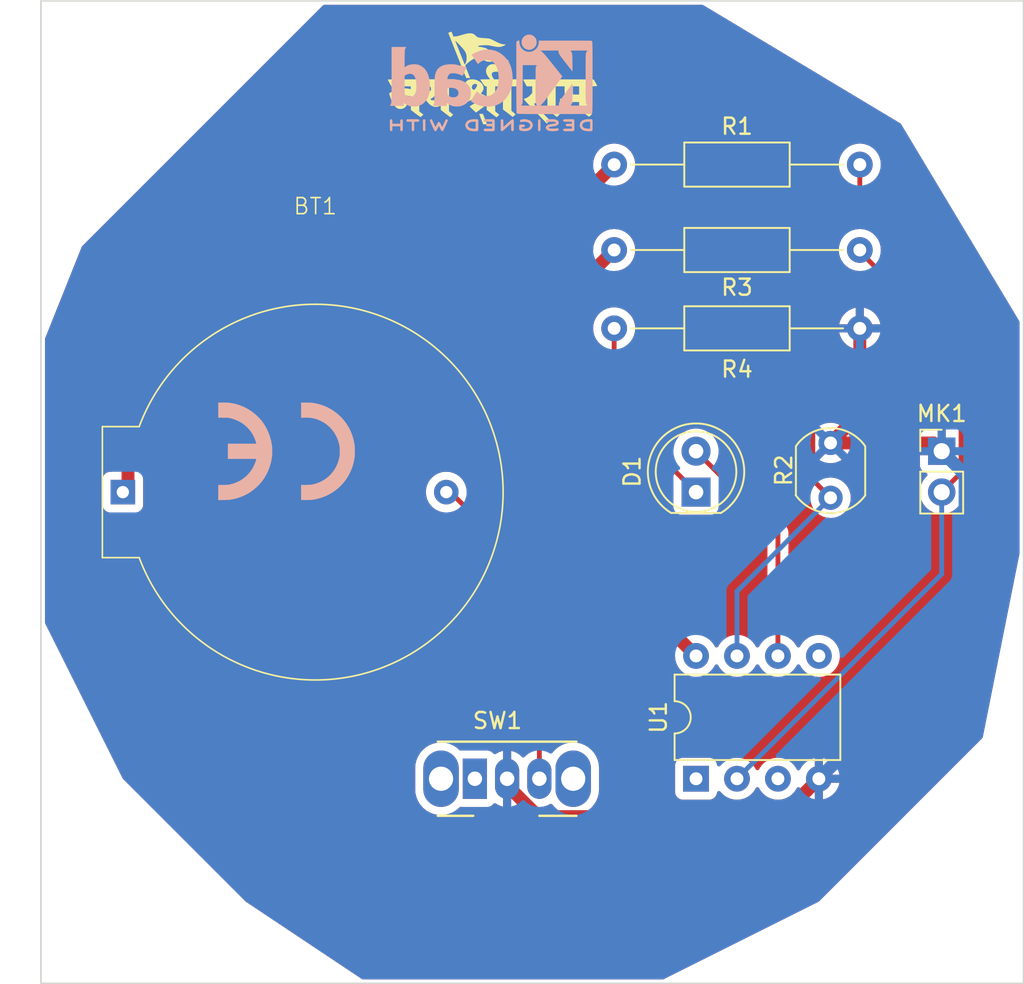
<source format=kicad_pcb>
(kicad_pcb (version 20221018) (generator pcbnew)
  (layers (0 "F.Cu" signal) (31 "B.Cu" signal) (34 "B.Paste" user) (35 "F.Paste" user) (36 "B.SilkS" user "B.Silkscreen") (37 "F.SilkS" user "F.Silkscreen") (38 "B.Mask" user) (39 "F.Mask" user) (44 "Edge.Cuts" user))
  (net 0 "")
  (net 1 "+3.3V")
  (net 2 "Net-(BT1--)")
  (net 3 "Net-(D1-K)")
  (net 4 "/LED")
  (net 5 "GND")
  (net 6 "/MIC")
  (net 7 "/LDR")
  (footprint "OptoDevice:R_LDR_5.1x4.3mm_P3.4mm_Vertical" (layer "F.Cu") (at 163.285 86.71 90)
    (fp_text reference "R2" (at 1.7 -2.9 90) (layer "F.SilkS"))
    (fp_text value "5mm LDR")
    (pad "1" thru_hole circle (at 0 0 90) (size 1.5 1.5) (drill 0.8) (layers "*.Cu" "*.Mask") (net 7 "/LDR"))
    (pad "2" thru_hole circle (at 3.4 0 90) (size 1.5 1.5) (drill 0.8) (layers "*.Cu" "*.Mask") (net 5 "GND"))
  )
  (footprint "Connector_PinHeader_2.54mm:PinHeader_1x02_P2.54mm_Vertical" (layer "F.Cu") (at 170.18 83.82)
    (fp_text reference "MK1" (at 0 -2.33) (layer "F.SilkS"))
    (fp_text value "Microphone_Condenser")
    (pad "1" thru_hole rect (at 0 0) (size 1.7 1.7) (drill 1) (layers "*.Cu" "*.Mask") (net 5 "GND"))
    (pad "2" thru_hole oval (at 0 2.54) (size 1.7 1.7) (drill 1) (layers "*.Cu" "*.Mask") (net 6 "/MIC"))
  )
  (footprint "Resistor_THT:R_Axial_DIN0207_L6.3mm_D2.5mm_P15.24mm_Horizontal" (layer "F.Cu") (at 149.86 66.04)
    (fp_text reference "R1" (at 7.62 -2.37) (layer "F.SilkS"))
    (fp_text value "10K")
    (pad "1" thru_hole circle (at 0 0) (size 1.6 1.6) (drill 0.8) (layers "*.Cu" "*.Mask") (net 1 "+3.3V"))
    (pad "2" thru_hole oval (at 15.24 0) (size 1.6 1.6) (drill 0.8) (layers "*.Cu" "*.Mask") (net 7 "/LDR"))
  )
  (footprint "LED_THT:LED_D5.0mm" (layer "F.Cu") (at 154.94 86.36 90)
    (fp_text reference "D1" (at 1.27 -3.96 90) (layer "F.SilkS"))
    (fp_text value "5mm Yellow LED")
    (pad "1" thru_hole rect (at 0 0 90) (size 1.8 1.8) (drill 0.9) (layers "*.Cu" "*.Mask") (net 3 "Net-(D1-K)"))
    (pad "2" thru_hole circle (at 2.54 0 90) (size 1.8 1.8) (drill 0.9) (layers "*.Cu" "*.Mask") (net 4 "/LED"))
  )
  (footprint "Package_DIP:DIP-8_W7.62mm" (layer "F.Cu") (at 154.94 104.14 90)
    (fp_text reference "U1" (at 3.81 -2.33 90) (layer "F.SilkS"))
    (fp_text value "ATtiny85V-10P")
    (pad "1" thru_hole rect (at 0 0 90) (size 1.6 1.6) (drill 0.8) (layers "*.Cu" "*.Mask"))
    (pad "2" thru_hole oval (at 0 2.54 90) (size 1.6 1.6) (drill 0.8) (layers "*.Cu" "*.Mask") (net 6 "/MIC"))
    (pad "3" thru_hole oval (at 0 5.08 90) (size 1.6 1.6) (drill 0.8) (layers "*.Cu" "*.Mask"))
    (pad "4" thru_hole oval (at 0 7.62 90) (size 1.6 1.6) (drill 0.8) (layers "*.Cu" "*.Mask") (net 5 "GND"))
    (pad "5" thru_hole oval (at 7.62 7.62 90) (size 1.6 1.6) (drill 0.8) (layers "*.Cu" "*.Mask"))
    (pad "6" thru_hole oval (at 7.62 5.08 90) (size 1.6 1.6) (drill 0.8) (layers "*.Cu" "*.Mask") (net 4 "/LED"))
    (pad "7" thru_hole oval (at 7.62 2.54 90) (size 1.6 1.6) (drill 0.8) (layers "*.Cu" "*.Mask") (net 7 "/LDR"))
    (pad "8" thru_hole oval (at 7.62 0 90) (size 1.6 1.6) (drill 0.8) (layers "*.Cu" "*.Mask") (net 1 "+3.3V"))
  )
  (footprint "Resistor_THT:R_Axial_DIN0207_L6.3mm_D2.5mm_P15.24mm_Horizontal" (layer "F.Cu") (at 149.86 76.2)
    (fp_text reference "R4" (at 7.62 2.54) (layer "F.SilkS"))
    (fp_text value "470")
    (pad "1" thru_hole circle (at 0 0) (size 1.6 1.6) (drill 0.8) (layers "*.Cu" "*.Mask") (net 3 "Net-(D1-K)"))
    (pad "2" thru_hole oval (at 15.24 0) (size 1.6 1.6) (drill 0.8) (layers "*.Cu" "*.Mask") (net 5 "GND"))
  )
  (footprint "CellHolder_THT:CellHolder_CR2032" (layer "F.Cu") (at 131.318 86.36)
    (fp_text reference "BT1" (at 0 -17.732 unlocked) (layer "F.SilkS") (effects (font (thickness 0.1))))
    (fp_text value "3.3V Cell")
    (pad "1" thru_hole rect (at -11.938 0) (size 1.524 1.524) (drill 0.762) (layers "*.Cu" "*.Mask") (net 1 "+3.3V"))
    (pad "2" thru_hole circle (at 8.128 0) (size 1.524 1.524) (drill 0.762) (layers "*.Cu" "*.Mask") (net 2 "Net-(BT1--)"))
  )
  (footprint "LOGO" (layer "F.Cu") (at 142.24 60.96)
    (fp_text reference "G***" hide)
    (fp_text value "LOGO" hide)
  )
  (footprint "Resistor_THT:R_Axial_DIN0207_L6.3mm_D2.5mm_P15.24mm_Horizontal" (layer "F.Cu") (at 149.86 71.34)
    (fp_text reference "R3" (at 7.62 2.32) (layer "F.SilkS"))
    (fp_text value "5.6K")
    (pad "1" thru_hole circle (at 0 0) (size 1.6 1.6) (drill 0.8) (layers "*.Cu" "*.Mask") (net 1 "+3.3V"))
    (pad "2" thru_hole oval (at 15.24 0) (size 1.6 1.6) (drill 0.8) (layers "*.Cu" "*.Mask") (net 6 "/MIC"))
  )
  (footprint "Button_Switch_THT:SW_CuK_OS102011MA1QN1_SPDT_Angled" (layer "F.Cu") (at 141.22 104.14)
    (fp_text reference "SW1" (at 1.4 -3.6) (layer "F.SilkS"))
    (fp_text value "SW_SPDT")
    (pad "" thru_hole oval (at -2.1 0) (size 2.2 3.5) (drill 1.5) (layers "*.Cu" "*.Mask"))
    (pad "" thru_hole oval (at 6.1 0) (size 2.2 3.5) (drill 1.5) (layers "*.Cu" "*.Mask"))
    (pad "1" thru_hole rect (at 0 0) (size 1.5 2.5) (drill 0.9) (layers "*.Cu" "*.Mask"))
    (pad "2" thru_hole oval (at 2 0) (size 1.5 2.5) (drill 0.9) (layers "*.Cu" "*.Mask") (net 5 "GND"))
    (pad "3" thru_hole oval (at 4 0) (size 1.5 2.5) (drill 0.9) (layers "*.Cu" "*.Mask") (net 2 "Net-(BT1--)"))
  )
  (footprint "Symbol:KiCad-Logo2_5mm_SilkScreen" (layer "B.Cu") (at 142.24 60.96 180)
    (fp_text reference "REF**" hide)
    (fp_text value "KiCad-Logo2_5mm_SilkScreen" hide)
  )
  (footprint "Symbol:CE-Logo_8.5x6mm_SilkScreen" (layer "B.Cu") (at 129.54 83.82 180)
    (fp_text reference "REF**" hide)
    (fp_text value "CE-Logo_8.5x6mm_SilkScreen" hide)
  )
  (gr_rect (start 114.3 55.88) (end 175.26 116.84) (stroke (width 0.1)) (fill none) (layer "Edge.Cuts"))
  (segment (start 148.24 72.96) (end 145.81 72.96) (width 0.8) (layer "F.Cu") (net 1))
  (segment (start 147.8 68.1) (end 149.86 66.04) (width 0.8) (layer "F.Cu") (net 1))
  (segment (start 127.48 68.1) (end 147.8 68.1) (width 0.8) (layer "F.Cu") (net 1))
  (segment (start 149.86 71.34) (end 148.24 72.96) (width 0.8) (layer "F.Cu") (net 1))
  (segment (start 145.81 72.15) (end 142.24 68.58) (width 0.8) (layer "F.Cu") (net 1))
  (segment (start 119.7 86.36) (end 119.7 75.88) (width 0.8) (layer "F.Cu") (net 1))
  (segment (start 145.81 87.39) (end 145.81 72.15) (width 0.8) (layer "F.Cu") (net 1))
  (segment (start 119.7 75.88) (end 127.48 68.1) (width 0.8) (layer "F.Cu") (net 1))
  (segment (start 154.94 96.52) (end 145.81 87.39) (width 0.8) (layer "F.Cu") (net 1))
  (segment (start 145.22 104.14) (end 145.22 91.88) (width 0.3) (layer "F.Cu") (net 2))
  (segment (start 145.22 91.88) (end 139.7 86.36) (width 0.3) (layer "F.Cu") (net 2))
  (segment (start 149.86 81.28) (end 154.94 86.36) (width 0.3) (layer "F.Cu") (net 3))
  (segment (start 149.86 76.2) (end 149.86 81.28) (width 0.3) (layer "F.Cu") (net 3))
  (segment (start 154.94 83.82) (end 160.02 88.9) (width 0.3) (layer "F.Cu") (net 4))
  (segment (start 160.02 88.9) (end 160.02 96.52) (width 0.3) (layer "F.Cu") (net 4))
  (segment (start 162.56 104.14) (end 160.21 106.49) (width 0.8) (layer "F.Cu") (net 5))
  (segment (start 143.22 104.549188) (end 143.22 104.14) (width 0.8) (layer "F.Cu") (net 5))
  (segment (start 163.285 83.31) (end 169.67 83.31) (width 0.8) (layer "F.Cu") (net 5))
  (segment (start 165.1 76.2) (end 165.1 81.495) (width 0.8) (layer "F.Cu") (net 5))
  (segment (start 160.21 106.49) (end 145.160812 106.49) (width 0.8) (layer "F.Cu") (net 5))
  (segment (start 169.67 83.31) (end 170.18 83.82) (width 0.8) (layer "F.Cu") (net 5))
  (segment (start 145.160812 106.49) (end 143.22 104.549188) (width 0.8) (layer "F.Cu") (net 5))
  (segment (start 165.1 81.495) (end 163.285 83.31) (width 0.8) (layer "F.Cu") (net 5))
  (segment (start 162.56 104.14) (end 171.63 95.07) (width 0.8) (layer "B.Cu") (net 5))
  (segment (start 171.63 95.07) (end 171.63 85.27) (width 0.8) (layer "B.Cu") (net 5))
  (segment (start 171.63 85.27) (end 170.18 83.82) (width 0.8) (layer "B.Cu") (net 5))
  (segment (start 171.38 85.16) (end 170.18 86.36) (width 0.3) (layer "F.Cu") (net 6))
  (segment (start 165.1 71.44) (end 171.38 77.72) (width 0.3) (layer "F.Cu") (net 6))
  (segment (start 171.38 77.72) (end 171.38 85.16) (width 0.3) (layer "F.Cu") (net 6))
  (segment (start 157.48 104.14) (end 170.18 91.44) (width 0.3) (layer "B.Cu") (net 6))
  (segment (start 170.18 91.44) (end 170.18 86.36) (width 0.3) (layer "B.Cu") (net 6))
  (segment (start 165.1 68.42125) (end 162.34375 71.1775) (width 0.3) (layer "F.Cu") (net 7))
  (segment (start 162.34375 71.1775) (end 162.185 71.33625) (width 0.3) (layer "F.Cu") (net 7))
  (segment (start 162.185 71.33625) (end 162.185 85.61) (width 0.3) (layer "F.Cu") (net 7))
  (segment (start 162.185 85.61) (end 163.285 86.71) (width 0.3) (layer "F.Cu") (net 7))
  (segment (start 165.1 66.04) (end 165.1 68.42125) (width 0.3) (layer "F.Cu") (net 7))
  (segment (start 157.48 92.515) (end 163.285 86.71) (width 0.3) (layer "B.Cu") (net 7))
  (segment (start 157.48 96.52) (end 157.48 92.515) (width 0.3) (layer "B.Cu") (net 7))
  (zone (net 5) (net_name "GND") (layers "F&B.Cu") (connect_pads (clearance 0.5)) (min_thickness 0.25) (fill yes (thermal_gap 0.5) (thermal_bridge_width 0.5))
    (polygon (pts (xy 116.84 71.12) (xy 132.08 55.88) (xy 154.94 55.88) (xy 167.64 63.5) (xy 175.26 76.2) (xy 175.26 88.9) (xy 172.72 101.6) (xy 162.56 111.76) (xy 152.4 116.84) (xy 134.62 116.84) (xy 127 111.76) (xy 119.38 104.14) (xy 114.3 93.98) (xy 111.76 83.82)))
  )
)
</source>
